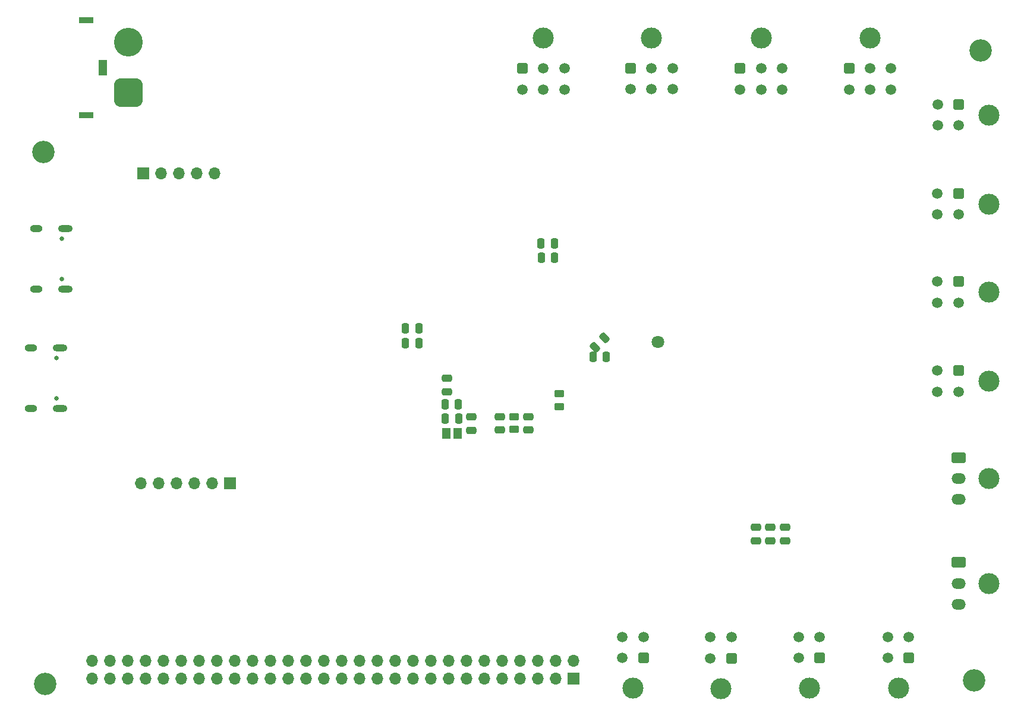
<source format=gbs>
%TF.GenerationSoftware,KiCad,Pcbnew,8.0.6*%
%TF.CreationDate,2025-06-06T13:34:11-05:00*%
%TF.ProjectId,Placa_principal_v2,506c6163-615f-4707-9269-6e636970616c,rev?*%
%TF.SameCoordinates,Original*%
%TF.FileFunction,Soldermask,Bot*%
%TF.FilePolarity,Negative*%
%FSLAX46Y46*%
G04 Gerber Fmt 4.6, Leading zero omitted, Abs format (unit mm)*
G04 Created by KiCad (PCBNEW 8.0.6) date 2025-06-06 13:34:11*
%MOMM*%
%LPD*%
G01*
G04 APERTURE LIST*
G04 Aperture macros list*
%AMRoundRect*
0 Rectangle with rounded corners*
0 $1 Rounding radius*
0 $2 $3 $4 $5 $6 $7 $8 $9 X,Y pos of 4 corners*
0 Add a 4 corners polygon primitive as box body*
4,1,4,$2,$3,$4,$5,$6,$7,$8,$9,$2,$3,0*
0 Add four circle primitives for the rounded corners*
1,1,$1+$1,$2,$3*
1,1,$1+$1,$4,$5*
1,1,$1+$1,$6,$7*
1,1,$1+$1,$8,$9*
0 Add four rect primitives between the rounded corners*
20,1,$1+$1,$2,$3,$4,$5,0*
20,1,$1+$1,$4,$5,$6,$7,0*
20,1,$1+$1,$6,$7,$8,$9,0*
20,1,$1+$1,$8,$9,$2,$3,0*%
G04 Aperture macros list end*
%ADD10C,0.650000*%
%ADD11O,2.100000X1.000000*%
%ADD12O,1.800000X1.000000*%
%ADD13C,3.000000*%
%ADD14RoundRect,0.250001X-0.499999X0.499999X-0.499999X-0.499999X0.499999X-0.499999X0.499999X0.499999X0*%
%ADD15C,1.500000*%
%ADD16RoundRect,0.250001X-0.499999X-0.499999X0.499999X-0.499999X0.499999X0.499999X-0.499999X0.499999X0*%
%ADD17RoundRect,0.250001X0.499999X0.499999X-0.499999X0.499999X-0.499999X-0.499999X0.499999X-0.499999X0*%
%ADD18R,1.700000X1.700000*%
%ADD19O,1.700000X1.700000*%
%ADD20R,2.000000X0.900000*%
%ADD21RoundRect,1.025000X1.025000X-1.025000X1.025000X1.025000X-1.025000X1.025000X-1.025000X-1.025000X0*%
%ADD22C,4.100000*%
%ADD23R,1.300000X2.300000*%
%ADD24C,1.800000*%
%ADD25C,3.200000*%
%ADD26RoundRect,0.250001X-0.759999X0.499999X-0.759999X-0.499999X0.759999X-0.499999X0.759999X0.499999X0*%
%ADD27O,2.020000X1.500000*%
%ADD28RoundRect,0.250000X0.475000X-0.250000X0.475000X0.250000X-0.475000X0.250000X-0.475000X-0.250000X0*%
%ADD29RoundRect,0.250000X0.159099X-0.512652X0.512652X-0.159099X-0.159099X0.512652X-0.512652X0.159099X0*%
%ADD30RoundRect,0.250000X-0.250000X-0.475000X0.250000X-0.475000X0.250000X0.475000X-0.250000X0.475000X0*%
%ADD31RoundRect,0.250000X0.250000X0.475000X-0.250000X0.475000X-0.250000X-0.475000X0.250000X-0.475000X0*%
%ADD32RoundRect,0.250000X-0.475000X0.250000X-0.475000X-0.250000X0.475000X-0.250000X0.475000X0.250000X0*%
%ADD33RoundRect,0.250000X-0.450000X0.262500X-0.450000X-0.262500X0.450000X-0.262500X0.450000X0.262500X0*%
%ADD34R,1.200000X1.600000*%
G04 APERTURE END LIST*
D10*
%TO.C,J18*%
X91415000Y-71690000D03*
X91415000Y-77470000D03*
D11*
X91915000Y-70260000D03*
D12*
X87735000Y-70260000D03*
D11*
X91915000Y-78900000D03*
D12*
X87735000Y-78900000D03*
%TD*%
D13*
%TO.C,J11*%
X223450000Y-66760000D03*
D14*
X219130000Y-65260000D03*
D15*
X219130000Y-68260000D03*
X216130000Y-65260000D03*
X216130000Y-68260000D03*
%TD*%
D13*
%TO.C,J4*%
X191035000Y-43110000D03*
D16*
X188035000Y-47430000D03*
D15*
X191035000Y-47430000D03*
X194035000Y-47430000D03*
X188035000Y-50430000D03*
X191035000Y-50430000D03*
X194035000Y-50430000D03*
%TD*%
D13*
%TO.C,J7*%
X185300000Y-135840000D03*
D17*
X186800000Y-131520000D03*
D15*
X183800000Y-131520000D03*
X186800000Y-128520000D03*
X183800000Y-128520000D03*
%TD*%
D13*
%TO.C,J12*%
X223470000Y-54070000D03*
D14*
X219150000Y-52570000D03*
D15*
X219150000Y-55570000D03*
X216150000Y-52570000D03*
X216150000Y-55570000D03*
%TD*%
D13*
%TO.C,J8*%
X197880000Y-135830000D03*
D17*
X199380000Y-131510000D03*
D15*
X196380000Y-131510000D03*
X199380000Y-128510000D03*
X196380000Y-128510000D03*
%TD*%
D13*
%TO.C,J1*%
X210560000Y-135800000D03*
D17*
X212060000Y-131480000D03*
D15*
X209060000Y-131480000D03*
X212060000Y-128480000D03*
X209060000Y-128480000D03*
%TD*%
D18*
%TO.C,J13*%
X115340000Y-106600000D03*
D19*
X112800000Y-106600000D03*
X110260000Y-106600000D03*
X107720000Y-106600000D03*
X105180000Y-106600000D03*
X102640000Y-106600000D03*
%TD*%
D20*
%TO.C,J6*%
X94870000Y-54060000D03*
X94870000Y-40560000D03*
D21*
X100870000Y-50910000D03*
D22*
X100870000Y-43710000D03*
D23*
X97220000Y-47310000D03*
%TD*%
D13*
%TO.C,J2*%
X175410000Y-43070000D03*
D16*
X172410000Y-47390000D03*
D15*
X175410000Y-47390000D03*
X178410000Y-47390000D03*
X172410000Y-50390000D03*
X175410000Y-50390000D03*
X178410000Y-50390000D03*
%TD*%
D18*
%TO.C,J21*%
X164310000Y-134430000D03*
D19*
X164310000Y-131890000D03*
X161770000Y-134430000D03*
X161770000Y-131890000D03*
X159230000Y-134430000D03*
X159230000Y-131890000D03*
X156690000Y-134430000D03*
X156690000Y-131890000D03*
X154150000Y-134430000D03*
X154150000Y-131890000D03*
X151610000Y-134430000D03*
X151610000Y-131890000D03*
X149070000Y-134430000D03*
X149070000Y-131890000D03*
X146530000Y-134430000D03*
X146530000Y-131890000D03*
X143990000Y-134430000D03*
X143990000Y-131890000D03*
X141450000Y-134430000D03*
X141450000Y-131890000D03*
X138910000Y-134430000D03*
X138910000Y-131890000D03*
X136370000Y-134430000D03*
X136370000Y-131890000D03*
X133830000Y-134430000D03*
X133830000Y-131890000D03*
X131290000Y-134430000D03*
X131290000Y-131890000D03*
X128750000Y-134430000D03*
X128750000Y-131890000D03*
X126210000Y-134430000D03*
X126210000Y-131890000D03*
X123670000Y-134430000D03*
X123670000Y-131890000D03*
X121130000Y-134430000D03*
X121130000Y-131890000D03*
X118590000Y-134430000D03*
X118590000Y-131890000D03*
X116050000Y-134430000D03*
X116050000Y-131890000D03*
X113510000Y-134430000D03*
X113510000Y-131890000D03*
X110970000Y-134430000D03*
X110970000Y-131890000D03*
X108430000Y-134430000D03*
X108430000Y-131890000D03*
X105890000Y-134430000D03*
X105890000Y-131890000D03*
X103350000Y-134430000D03*
X103350000Y-131890000D03*
X100810000Y-134430000D03*
X100810000Y-131890000D03*
X98270000Y-134430000D03*
X98270000Y-131890000D03*
X95730000Y-134430000D03*
X95730000Y-131890000D03*
%TD*%
D24*
%TO.C,TP13*%
X176350000Y-86400000D03*
%TD*%
D25*
%TO.C,H3*%
X221395000Y-134675000D03*
%TD*%
D13*
%TO.C,J5*%
X206540000Y-43120000D03*
D16*
X203540000Y-47440000D03*
D15*
X206540000Y-47440000D03*
X209540000Y-47440000D03*
X203540000Y-50440000D03*
X206540000Y-50440000D03*
X209540000Y-50440000D03*
%TD*%
D13*
%TO.C,J17*%
X223450000Y-120850000D03*
D26*
X219130000Y-117850000D03*
D27*
X219130000Y-120850000D03*
X219130000Y-123850000D03*
%TD*%
D18*
%TO.C,J15*%
X102965000Y-62350000D03*
D19*
X105505000Y-62350000D03*
X108045000Y-62350000D03*
X110585000Y-62350000D03*
X113125000Y-62350000D03*
%TD*%
D10*
%TO.C,J19*%
X90637858Y-88686231D03*
X90637858Y-94466231D03*
D11*
X91137858Y-87256231D03*
D12*
X86957858Y-87256231D03*
D11*
X91137858Y-95896231D03*
D12*
X86957858Y-95896231D03*
%TD*%
D13*
%TO.C,J14*%
X223450000Y-92010000D03*
D14*
X219130000Y-90510000D03*
D15*
X219130000Y-93510000D03*
X216130000Y-90510000D03*
X216130000Y-93510000D03*
%TD*%
D25*
%TO.C,H4*%
X222310000Y-44880000D03*
%TD*%
D13*
%TO.C,J9*%
X172740000Y-135830000D03*
D17*
X174240000Y-131510000D03*
D15*
X171240000Y-131510000D03*
X174240000Y-128510000D03*
X171240000Y-128510000D03*
%TD*%
D13*
%TO.C,J10*%
X223430000Y-79330000D03*
D14*
X219110000Y-77830000D03*
D15*
X219110000Y-80830000D03*
X216110000Y-77830000D03*
X216110000Y-80830000D03*
%TD*%
D25*
%TO.C,H2*%
X89000000Y-135160000D03*
%TD*%
D13*
%TO.C,J16*%
X223450000Y-105900000D03*
D26*
X219130000Y-102900000D03*
D27*
X219130000Y-105900000D03*
X219130000Y-108900000D03*
%TD*%
D13*
%TO.C,J3*%
X159990000Y-43110000D03*
D16*
X156990000Y-47430000D03*
D15*
X159990000Y-47430000D03*
X162990000Y-47430000D03*
X156990000Y-50430000D03*
X159990000Y-50430000D03*
X162990000Y-50430000D03*
%TD*%
D25*
%TO.C,H1*%
X88800000Y-59340000D03*
%TD*%
D28*
%TO.C,C20*%
X153810000Y-98992500D03*
X153810000Y-97092500D03*
%TD*%
D29*
%TO.C,C13*%
X167358249Y-87211751D03*
X168701751Y-85868249D03*
%TD*%
D28*
%TO.C,C5*%
X192340000Y-114760000D03*
X192340000Y-112860000D03*
%TD*%
D30*
%TO.C,C4*%
X159710000Y-74420000D03*
X161610000Y-74420000D03*
%TD*%
D28*
%TO.C,C16*%
X149720000Y-99040000D03*
X149720000Y-97140000D03*
%TD*%
D31*
%TO.C,C2*%
X161570000Y-72390000D03*
X159670000Y-72390000D03*
%TD*%
D32*
%TO.C,C7*%
X190250000Y-112870000D03*
X190250000Y-114770000D03*
%TD*%
D28*
%TO.C,C14*%
X157820000Y-98990000D03*
X157820000Y-97090000D03*
%TD*%
D33*
%TO.C,R37*%
X155820000Y-97087500D03*
X155820000Y-98912500D03*
%TD*%
D32*
%TO.C,C6*%
X194430000Y-112870000D03*
X194430000Y-114770000D03*
%TD*%
D30*
%TO.C,C17*%
X146010000Y-97380000D03*
X147910000Y-97380000D03*
%TD*%
D34*
%TO.C,FB2*%
X146170000Y-99510000D03*
X147770000Y-99510000D03*
%TD*%
D30*
%TO.C,C1*%
X140340000Y-84500000D03*
X142240000Y-84500000D03*
%TD*%
%TO.C,C3*%
X167070000Y-88520000D03*
X168970000Y-88520000D03*
%TD*%
%TO.C,C19*%
X140360000Y-86560000D03*
X142260000Y-86560000D03*
%TD*%
%TO.C,C15*%
X146000000Y-95320000D03*
X147900000Y-95320000D03*
%TD*%
D33*
%TO.C,R36*%
X162260000Y-93800000D03*
X162260000Y-95625000D03*
%TD*%
D28*
%TO.C,C18*%
X146230000Y-93510000D03*
X146230000Y-91610000D03*
%TD*%
M02*

</source>
